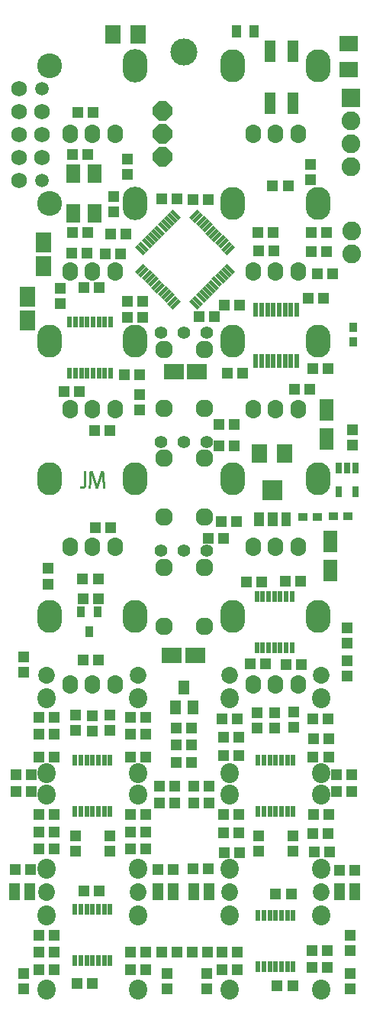
<source format=gts>
G04 DipTrace 3.3.0.0*
G04 uTidesII.GTS*
%MOIN*%
G04 #@! TF.FileFunction,Soldermask,Top*
G04 #@! TF.Part,Single*
%AMOUTLINE1*
4,1,4,
-0.023135,0.010385,
-0.010385,0.023135,
0.023135,-0.010385,
0.010385,-0.023134,
-0.023135,0.010385,
0*%
%AMOUTLINE4*
4,1,4,
-0.023135,-0.010385,
0.010385,0.023135,
0.023135,0.010385,
-0.010385,-0.023134,
-0.023135,-0.010385,
0*%
%AMOUTLINE7*
4,1,8,
0.042016,0.017404,
0.017404,0.042016,
-0.017404,0.042016,
-0.042016,0.017404,
-0.042016,-0.017404,
-0.017404,-0.042016,
0.017404,-0.042016,
0.042016,-0.017404,
0.042016,0.017404,
0*%
%ADD12C,0.001*%
%ADD49C,0.068367*%
%ADD50C,0.059055*%
%ADD69C,0.11811*%
%ADD78R,0.031654X0.051339*%
%ADD80C,0.077031*%
%ADD82O,0.108031X0.145827*%
%ADD84C,0.108031*%
%ADD86O,0.108031X0.143031*%
%ADD88O,0.068031X0.083031*%
%ADD90R,0.06315X0.082835*%
%ADD92R,0.048031X0.078031*%
%ADD94C,0.055591*%
%ADD96R,0.035591X0.041496*%
%ADD98R,0.041496X0.035591*%
%ADD100R,0.043465X0.057244*%
%ADD102C,0.082031*%
%ADD104R,0.082031X0.082031*%
%ADD110C,0.073031*%
%ADD112O,0.078898X0.086772*%
%ADD114R,0.035591X0.047402*%
%ADD116R,0.086772X0.086772*%
%ADD122R,0.022031X0.064031*%
%ADD124R,0.021811X0.047402*%
%ADD128R,0.047402X0.094646*%
%ADD130R,0.047402X0.06315*%
%ADD132R,0.086772X0.067087*%
%ADD134R,0.06315X0.094646*%
%ADD136R,0.078898X0.071024*%
%ADD138R,0.071024X0.078898*%
%ADD140R,0.067087X0.086772*%
%ADD142R,0.047402X0.051339*%
%ADD144R,0.051339X0.047402*%
%ADD150OUTLINE1*%
%ADD153OUTLINE4*%
%ADD156OUTLINE7*%
%FSLAX26Y26*%
G04*
G70*
G90*
G75*
G01*
G04 TopMask*
%LPD*%
D144*
X1150587Y3901576D3*
X1083658D3*
D142*
X1735018Y3987049D3*
Y4053979D3*
D144*
X999203Y3455543D3*
X932274D3*
X760833Y4096839D3*
X693904D3*
D142*
X640110Y3445608D3*
Y3512538D3*
D144*
X1724438Y3470274D3*
X1791367D3*
D142*
X934223Y4076745D3*
Y4009816D3*
D144*
X904603Y3663839D3*
X837674D3*
D140*
X565372Y3712582D3*
Y3610220D3*
X496169Y3372997D3*
Y3475359D3*
D144*
X694561Y3755276D3*
X761490D3*
X690059Y3665044D3*
X756988D3*
X1357467Y3439594D3*
X1424396D3*
X1245417Y3388355D3*
X1312346D3*
X1221087Y3900908D3*
X1288017D3*
X932580Y3386904D3*
X999509D3*
X1435853Y3142800D3*
X1368923D3*
X1744024Y3162775D3*
X1810954D3*
D138*
X981524Y4619024D3*
X871288D3*
D136*
X1900400Y4578038D3*
Y4467801D3*
D142*
X1894549Y1890979D3*
Y1824049D3*
D144*
X792254Y2468363D3*
X859183D3*
X742712Y3517640D3*
X809641D3*
D134*
X1821090Y2284173D3*
Y2410157D3*
D138*
X1619717Y2793736D3*
X1509481D3*
D134*
X1805211Y2981517D3*
Y2855532D3*
D144*
X1813257Y1549564D3*
X1746328D3*
X548060Y1144024D3*
X614989D3*
D132*
X1135868Y3150417D3*
X1238230D3*
D142*
X779447Y1583980D3*
Y1650909D3*
D144*
X1811633Y1136532D3*
X1744704D3*
X548060Y1569024D3*
X614989D3*
X712034Y483032D3*
X778963D3*
X1655580Y474528D3*
X1588650D3*
X789595Y2894024D3*
X856524D3*
X1353472Y1138842D3*
X1420401D3*
X1806665Y627349D3*
X1739736D3*
X1414989Y619024D3*
X1348060D3*
X948060D3*
X1014989D3*
X614989D3*
X548060D3*
X1014989Y1569024D3*
X948060D3*
X738507Y2246473D3*
X805437D3*
D142*
X1575484Y1595885D3*
Y1662814D3*
D144*
X806524Y1894024D3*
X739595D3*
X782354Y4279292D3*
X715425D3*
X1353116Y1557321D3*
X1420045D3*
X1014989Y1144024D3*
X948060D3*
X811045Y885774D3*
X744116D3*
X1581797Y873309D3*
X1648727D3*
D132*
X1128371Y1913723D3*
X1230733D3*
D142*
X478696Y1906303D3*
Y1839374D3*
X586719Y2291623D3*
Y2224694D3*
D144*
X921265Y3138001D3*
X988194D3*
X1831461Y3577850D3*
X1764532D3*
D142*
X986843Y3048459D3*
Y2981530D3*
D144*
X724572Y3064282D3*
X657643D3*
D130*
X1181524Y1772729D3*
X1218926Y1686115D3*
X1144123D3*
D144*
X448060Y1394024D3*
X514989D3*
X448060Y1319024D3*
X514989D3*
X1139989Y1344024D3*
X1073060D3*
X1139989Y1269024D3*
X1073060D3*
X1914989Y1394024D3*
X1848060D3*
X1223060Y1344024D3*
X1289989D3*
X1914989Y1319024D3*
X1848060D3*
X1223060Y1269024D3*
X1289989D3*
D128*
X1657845Y4545990D3*
X1557845D3*
Y4321187D3*
X1657845D3*
D150*
X1144337Y3833771D3*
X1130418Y3819853D3*
X1116498Y3805933D3*
X1102578Y3792014D3*
X1088660Y3778094D3*
X1074740Y3764174D3*
X1060821Y3750255D3*
X1046901Y3736335D3*
X1032981Y3722417D3*
X1019063Y3708497D3*
X1005143Y3694577D3*
X991224Y3680658D3*
D153*
Y3597141D3*
X1005143Y3583223D3*
X1019063Y3569303D3*
X1032981Y3555383D3*
X1046901Y3541464D3*
X1060821Y3527544D3*
X1074740Y3513626D3*
X1088660Y3499706D3*
X1102578Y3485786D3*
X1116498Y3471867D3*
X1130418Y3457947D3*
X1144337Y3444028D3*
D150*
X1227854D3*
X1241772Y3457947D3*
X1255692Y3471867D3*
X1269612Y3485786D3*
X1283531Y3499706D3*
X1297451Y3513626D3*
X1311370Y3527544D3*
X1325290Y3541464D3*
X1339209Y3555383D3*
X1353128Y3569303D3*
X1367048Y3583223D3*
X1380967Y3597141D3*
D153*
Y3680658D3*
X1367048Y3694577D3*
X1353128Y3708497D3*
X1339209Y3722417D3*
X1325290Y3736335D3*
X1311370Y3750255D3*
X1297451Y3764174D3*
X1283531Y3778094D3*
X1269612Y3792014D3*
X1255692Y3805933D3*
X1241772Y3819853D3*
X1227854Y3833771D3*
D124*
X681524Y3144024D3*
X707115D3*
X732706D3*
X758296D3*
X783887D3*
X809477D3*
X835068D3*
Y3366465D3*
X809477D3*
X783887D3*
X758296D3*
X732706D3*
X707115D3*
X681524D3*
X860658D3*
Y3144024D3*
D156*
X1085787Y4285077D3*
Y4185077D3*
Y4085077D3*
D122*
X1494334Y3195559D3*
X1520333D3*
X1546333D3*
X1571333D3*
X1597334D3*
X1622333D3*
X1648333D3*
X1674333D3*
Y3419559D3*
X1648333D3*
X1622333D3*
X1597334D3*
X1571333D3*
X1546333D3*
X1520333D3*
X1494334D3*
G36*
X1488445Y2475685D2*
X1529784D1*
Y2537696D1*
X1488445D1*
Y2475685D1*
G37*
G36*
X1606548D2*
X1647887D1*
Y2537696D1*
X1606548D1*
Y2475685D1*
G37*
G36*
X1547506D2*
X1588827D1*
Y2537696D1*
X1547506D1*
Y2475685D1*
G37*
D116*
X1568166Y2631944D3*
D124*
X858296Y1456024D3*
X832706D3*
X807115D3*
X781524D3*
X755934D3*
X730343D3*
X704753D3*
X858296Y1232824D3*
X832706Y1232024D3*
X807115D3*
X781524D3*
X755934D3*
X730343D3*
X704753D3*
X1658296Y1456024D3*
X1632706D3*
X1607115D3*
X1581524D3*
X1555934D3*
X1530343D3*
X1504753D3*
X1658296Y1232824D3*
X1632706Y1232024D3*
X1607115D3*
X1581524D3*
X1555934D3*
X1530343D3*
X1504753D3*
X858296Y806024D3*
X832706D3*
X807115D3*
X781524D3*
X755934D3*
X730343D3*
X704753D3*
X858296Y582824D3*
X832706Y582024D3*
X807115D3*
X781524D3*
X755934D3*
X730343D3*
X704753D3*
X1658296Y781024D3*
X1632706D3*
X1607115D3*
X1581524D3*
X1555934D3*
X1530343D3*
X1504753D3*
X1658296Y557824D3*
X1632706Y557024D3*
X1607115D3*
X1581524D3*
X1555934D3*
X1530343D3*
X1504753D3*
D114*
X767242Y2017024D3*
X729841Y2103639D3*
X804644D3*
D124*
X1653040Y2171200D3*
X1627450D3*
X1601859D3*
X1576269D3*
X1550678D3*
X1525087D3*
X1499497D3*
X1653040Y1948000D3*
X1627450Y1947200D3*
X1601859D3*
X1576269D3*
X1550678D3*
X1525087D3*
X1499497D3*
D112*
X1781524Y1725232D3*
Y1400224D3*
D110*
Y1825223D3*
D112*
X1381524Y1725232D3*
Y1400224D3*
D110*
Y1825223D3*
D112*
X981524Y982017D3*
Y1307024D3*
D110*
Y882026D3*
D112*
Y1725232D3*
Y1400224D3*
D110*
Y1825223D3*
D112*
X581524Y1725232D3*
Y1400224D3*
D110*
Y1825223D3*
D112*
Y982017D3*
Y1307024D3*
D110*
Y882026D3*
D112*
X1781524Y982017D3*
Y1307024D3*
D110*
Y882026D3*
D112*
X1381524Y982017D3*
Y1307024D3*
D110*
Y882026D3*
D112*
X1781524Y781032D3*
Y456024D3*
D110*
Y881023D3*
D112*
X1381524Y781032D3*
Y456024D3*
D110*
Y881023D3*
D112*
X981524Y781032D3*
Y456024D3*
D110*
Y881023D3*
D112*
X581524Y781032D3*
Y456024D3*
D110*
Y881023D3*
D49*
X461156Y4382946D3*
D50*
X561156D3*
D49*
X461156Y4282946D3*
X561156D3*
X461156Y4182946D3*
X561156D3*
X461156Y4082946D3*
X561156D3*
X461156Y3982946D3*
D50*
X561156D3*
D104*
X1910627Y4342557D3*
D102*
Y4242557D3*
Y4142557D3*
Y4042557D3*
X1914419Y3762874D3*
Y3662874D3*
D100*
X1486586Y4633830D3*
X1411783D3*
D98*
X1834517Y2520064D3*
X1897509D3*
X1700762Y2517898D3*
X1763754D3*
D96*
X1918679Y3280746D3*
Y3343738D3*
D94*
X1181524Y2369024D3*
X1081524D3*
X1281524D3*
X1181524Y3319024D3*
X1081524D3*
X1281524D3*
X1181524Y2844024D3*
X1081524D3*
X1281524D3*
D92*
X1927524Y881524D3*
X1860524D3*
X1223024D3*
X1290024D3*
X1133774D3*
X1066774D3*
X506524D3*
X439524D3*
D90*
X789877Y3839003D3*
Y4012232D3*
X695389D3*
Y3839003D3*
D144*
X1411519Y2497968D3*
X1344590D3*
X1569115Y3755215D3*
X1502186D3*
X1568593Y3959375D3*
X1635522D3*
X1804913Y3756405D3*
X1737984D3*
X1804918Y3674145D3*
X1737989D3*
X1287464Y2424532D3*
X1354393D3*
X1572783Y3675427D3*
X1505854D3*
D142*
X872477Y3845833D3*
Y3912762D3*
D144*
X928276Y3750498D3*
X861347D3*
X1401746Y2827434D3*
X1334817D3*
D88*
X879524Y2386524D3*
X781524Y2386249D3*
X683524Y2386524D3*
D86*
X594524Y2681524D3*
X968524D3*
D88*
X879524Y3586524D3*
X781524Y3586249D3*
X683524Y3586524D3*
D84*
X594524Y3881524D3*
D82*
X968524D3*
D144*
X1399944Y2918267D3*
X1333015D3*
X1663271Y3071549D3*
X1730200D3*
D142*
X1892116Y2032877D3*
Y1965948D3*
D144*
X1745220Y1469024D3*
X1812149D3*
X614989Y1219024D3*
X548060D3*
X1742521Y1635644D3*
X1809450D3*
X614989Y1069024D3*
X548060D3*
D142*
X1660956Y1599480D3*
Y1666409D3*
X706524Y1127489D3*
Y1060560D3*
D88*
X879524Y2986524D3*
X781524Y2986249D3*
X683524Y2986524D3*
D86*
X594524Y3281524D3*
X968524D3*
D88*
X879524Y1786524D3*
X781524Y1786249D3*
X683524Y1786524D3*
D86*
X594524Y2081524D3*
X968524D3*
D88*
X879524Y4186524D3*
X781524Y4186249D3*
X683524Y4186524D3*
D84*
X594524Y4481524D3*
D82*
X968524D3*
D142*
X706524Y1585560D3*
Y1652489D3*
X1656524Y1127489D3*
Y1060560D3*
D144*
X614989Y1644024D3*
X548060D3*
X1750557Y1056538D3*
X1817486D3*
X1748060Y1219024D3*
X1814989D3*
X614989Y1469024D3*
X548060D3*
D142*
X1906393Y626429D3*
Y693358D3*
D144*
X1284043Y618479D3*
X1217114D3*
X1082027D3*
X1148956D3*
X614989Y694024D3*
X548060D3*
X1421225Y1219024D3*
X1354296D3*
X948060Y1469024D3*
X1014989D3*
X1423241Y1054377D3*
X1356312D3*
X1348060Y544024D3*
X1414989D3*
X1014989D3*
X948060D3*
X548060D3*
X614989D3*
X948060Y1644024D3*
X1014989D3*
X1739736Y552349D3*
X1806665D3*
D142*
X856524Y1585560D3*
Y1652489D3*
X1506524Y1127489D3*
Y1060560D3*
D144*
X1281524Y460560D3*
Y527489D3*
X806577Y2158081D3*
X739648D3*
X1906524Y460560D3*
Y527489D3*
X1106524D3*
Y460560D3*
X481524D3*
Y527489D3*
D142*
X856524Y1127489D3*
Y1060560D3*
X1498769Y1596156D3*
Y1663085D3*
D144*
X1412772Y1636753D3*
X1345843D3*
X948060Y1069024D3*
X1014989D3*
X948060Y1219024D3*
X1014989D3*
X1421153Y1477888D3*
X1354224D3*
D88*
X1679524Y1786524D3*
X1581524Y1786249D3*
X1483524Y1786524D3*
D86*
X1394524Y2081524D3*
X1768524D3*
D88*
X1679524Y2386524D3*
X1581524Y2386249D3*
X1483524Y2386524D3*
D86*
X1394524Y2681524D3*
X1768524D3*
D88*
X1679524Y2986524D3*
X1581524Y2986249D3*
X1483524Y2986524D3*
D86*
X1394524Y3281524D3*
X1768524D3*
D88*
X1679524Y3586524D3*
X1581524Y3586249D3*
X1483524Y3586524D3*
D86*
X1394524Y3881524D3*
X1768524D3*
D88*
X1679524Y4186524D3*
X1581524Y4186249D3*
X1483524Y4186524D3*
D86*
X1394524Y4481524D3*
X1768524D3*
D144*
X1148060Y1597729D3*
X1214989D3*
X1148060Y1447729D3*
X1214989D3*
X1148060Y1522729D3*
X1214989D3*
X1858776Y977479D3*
X1925706D3*
X1288464Y982141D3*
X1221535D3*
X1068056Y981182D3*
X1134985D3*
X442448Y981165D3*
X509377D3*
X1622501Y2235061D3*
X1689430D3*
X1520755Y2233421D3*
X1453826D3*
X1535912Y1876649D3*
X1468982D3*
X1625574Y1871713D3*
X1692503D3*
D142*
X1915612Y2829471D3*
Y2896400D3*
D80*
X1270318Y2991217D3*
X1093152Y2990925D3*
X1092730Y3246830D3*
X1270313Y3247171D3*
X1270318Y2041217D3*
X1093152Y2040925D3*
X1092730Y2296830D3*
X1270313Y2297171D3*
X1270318Y2516217D3*
X1093152Y2515925D3*
X1092730Y2771830D3*
X1270313Y2772171D3*
D78*
X1930745Y2731190D3*
X1893343D3*
X1855942D3*
Y2624891D3*
X1930745D3*
D69*
X1181524Y4544024D3*
X744391Y2717074D2*
D12*
X751391D1*
X769391D2*
X778391D1*
X818391D2*
X828391D1*
X744391Y2716074D2*
X751391D1*
X769353D2*
X778890D1*
X818236D2*
X828391D1*
X744391Y2715074D2*
X751391D1*
X769224D2*
X779306D1*
X817984D2*
X828391D1*
X744391Y2714074D2*
X751391D1*
X768985D2*
X779695D1*
X817690D2*
X828391D1*
X744391Y2713074D2*
X751391D1*
X768728D2*
X780051D1*
X817388D2*
X828391D1*
X744391Y2712074D2*
X751391D1*
X768554D2*
X780379D1*
X817051D2*
X828391D1*
X744391Y2711074D2*
X751391D1*
X768461D2*
X780725D1*
X816717D2*
X828395D1*
X744391Y2710074D2*
X751391D1*
X768419D2*
X781062D1*
X816398D2*
X828430D1*
X744391Y2709074D2*
X751391D1*
X768401D2*
X781383D1*
X816059D2*
X828557D1*
X744391Y2708074D2*
X751391D1*
X768394D2*
X781726D1*
X815754D2*
X828797D1*
X744391Y2707074D2*
X751391D1*
X768392D2*
X782063D1*
X815526D2*
X829053D1*
X744391Y2706074D2*
X751391D1*
X768391D2*
X782383D1*
X815298D2*
X829227D1*
X744391Y2705074D2*
X751391D1*
X768391D2*
X782722D1*
X815010D2*
X829320D1*
X744391Y2704074D2*
X751391D1*
X768391D2*
X783028D1*
X814700D2*
X829363D1*
X744391Y2703074D2*
X751391D1*
X768391D2*
X783256D1*
X814391D2*
X829380D1*
X744391Y2702074D2*
X751391D1*
X768387D2*
X783483D1*
X814052D2*
X829387D1*
X744391Y2701074D2*
X751391D1*
X768352D2*
X774391D1*
X776198D2*
X783771D1*
X813718D2*
X829389D1*
X744391Y2700074D2*
X751391D1*
X768224D2*
X774391D1*
X776818D2*
X784081D1*
X813398D2*
X820353D1*
X822194D2*
X829390D1*
X744391Y2699074D2*
X751391D1*
X767985D2*
X774391D1*
X777280D2*
X784390D1*
X813055D2*
X820224D1*
X822779D2*
X829390D1*
X744391Y2698074D2*
X751391D1*
X767728D2*
X774391D1*
X777686D2*
X784729D1*
X812718D2*
X819981D1*
X823114D2*
X829394D1*
X744391Y2697074D2*
X751391D1*
X767554D2*
X774391D1*
X778048D2*
X785064D1*
X812398D2*
X819689D1*
X823276D2*
X829430D1*
X744391Y2696074D2*
X751391D1*
X767461D2*
X774391D1*
X778378D2*
X785383D1*
X812059D2*
X819387D1*
X823346D2*
X829557D1*
X744391Y2695074D2*
X751391D1*
X767419D2*
X774391D1*
X778724D2*
X785726D1*
X811754D2*
X819051D1*
X823374D2*
X829797D1*
X744391Y2694074D2*
X751391D1*
X767401D2*
X774391D1*
X779062D2*
X786063D1*
X811526D2*
X818717D1*
X823385D2*
X830053D1*
X744391Y2693074D2*
X751391D1*
X767394D2*
X774391D1*
X779383D2*
X786383D1*
X811298D2*
X818398D1*
X823389D2*
X830227D1*
X744391Y2692074D2*
X751391D1*
X767392D2*
X774391D1*
X779726D2*
X786726D1*
X811010D2*
X818055D1*
X823390D2*
X830320D1*
X744391Y2691074D2*
X751391D1*
X767391D2*
X774391D1*
X780063D2*
X787063D1*
X810700D2*
X817718D1*
X823390D2*
X830363D1*
X744391Y2690074D2*
X751391D1*
X767391D2*
X774387D1*
X780383D2*
X787383D1*
X810391D2*
X817398D1*
X823394D2*
X830380D1*
X744391Y2689074D2*
X751391D1*
X767391D2*
X774352D1*
X780722D2*
X787726D1*
X810052D2*
X817059D1*
X823430D2*
X830387D1*
X744391Y2688074D2*
X751391D1*
X767391D2*
X774224D1*
X781028D2*
X788063D1*
X809718D2*
X816754D1*
X823557D2*
X830389D1*
X744391Y2687074D2*
X751391D1*
X767391D2*
X773985D1*
X781256D2*
X788383D1*
X809398D2*
X816526D1*
X823797D2*
X830390D1*
X744391Y2686074D2*
X751391D1*
X767387D2*
X773728D1*
X781483D2*
X788726D1*
X809055D2*
X816298D1*
X824053D2*
X830390D1*
X744391Y2685074D2*
X751391D1*
X767352D2*
X773554D1*
X781771D2*
X789063D1*
X808718D2*
X816010D1*
X824227D2*
X830394D1*
X744391Y2684074D2*
X751391D1*
X767224D2*
X773461D1*
X782081D2*
X789383D1*
X808398D2*
X815700D1*
X824320D2*
X830430D1*
X744391Y2683074D2*
X751391D1*
X766985D2*
X773419D1*
X782390D2*
X789726D1*
X808055D2*
X815391D1*
X824363D2*
X830557D1*
X744391Y2682074D2*
X751391D1*
X766728D2*
X773401D1*
X782729D2*
X790063D1*
X807719D2*
X815052D1*
X824380D2*
X830797D1*
X744391Y2681074D2*
X751391D1*
X766554D2*
X773394D1*
X783064D2*
X790383D1*
X807398D2*
X814718D1*
X824387D2*
X831053D1*
X744391Y2680074D2*
X751391D1*
X766461D2*
X773392D1*
X783383D2*
X790726D1*
X807059D2*
X814398D1*
X824389D2*
X831227D1*
X744391Y2679074D2*
X751391D1*
X766419D2*
X773391D1*
X783726D2*
X791063D1*
X806754D2*
X814055D1*
X824390D2*
X831320D1*
X744391Y2678074D2*
X751391D1*
X766401D2*
X773391D1*
X784063D2*
X791383D1*
X806526D2*
X813718D1*
X824390D2*
X831363D1*
X744391Y2677074D2*
X751391D1*
X766394D2*
X773391D1*
X784383D2*
X791722D1*
X806298D2*
X813398D1*
X824391D2*
X831380D1*
X744391Y2676074D2*
X751391D1*
X766392D2*
X773391D1*
X784726D2*
X792028D1*
X806010D2*
X813055D1*
X824394D2*
X831387D1*
X744391Y2675074D2*
X751391D1*
X766391D2*
X773387D1*
X785063D2*
X792256D1*
X805700D2*
X812719D1*
X824430D2*
X831389D1*
X744391Y2674074D2*
X751391D1*
X766391D2*
X773352D1*
X785383D2*
X792483D1*
X805391D2*
X812398D1*
X824557D2*
X831390D1*
X744391Y2673074D2*
X751391D1*
X766391D2*
X773224D1*
X785726D2*
X792771D1*
X805052D2*
X812059D1*
X824797D2*
X831390D1*
X744391Y2672074D2*
X751391D1*
X766391D2*
X772985D1*
X786063D2*
X793081D1*
X804718D2*
X811754D1*
X825053D2*
X831394D1*
X744391Y2671074D2*
X751391D1*
X766387D2*
X772728D1*
X786383D2*
X793390D1*
X804398D2*
X811526D1*
X825227D2*
X831430D1*
X744391Y2670074D2*
X751391D1*
X766352D2*
X772554D1*
X786726D2*
X793729D1*
X804055D2*
X811298D1*
X825320D2*
X831557D1*
X744391Y2669074D2*
X751391D1*
X766224D2*
X772461D1*
X787063D2*
X794064D1*
X803718D2*
X811010D1*
X825363D2*
X831797D1*
X744391Y2668074D2*
X751391D1*
X765985D2*
X772419D1*
X787383D2*
X794383D1*
X803398D2*
X810700D1*
X825380D2*
X832053D1*
X744391Y2667074D2*
X751391D1*
X765728D2*
X772401D1*
X787726D2*
X794726D1*
X803059D2*
X810391D1*
X825387D2*
X832227D1*
X744391Y2666074D2*
X751391D1*
X765554D2*
X772394D1*
X788063D2*
X795063D1*
X802754D2*
X810052D1*
X825389D2*
X832320D1*
X744391Y2665074D2*
X751391D1*
X765461D2*
X772392D1*
X788383D2*
X795383D1*
X802526D2*
X809718D1*
X825390D2*
X832363D1*
X744391Y2664074D2*
X751391D1*
X765419D2*
X772391D1*
X788726D2*
X795726D1*
X802298D2*
X809398D1*
X825390D2*
X832380D1*
X744391Y2663074D2*
X751391D1*
X765401D2*
X772391D1*
X789063D2*
X796063D1*
X802010D2*
X809055D1*
X825394D2*
X832387D1*
X744391Y2662074D2*
X751391D1*
X765394D2*
X772391D1*
X789383D2*
X796383D1*
X801700D2*
X808718D1*
X825430D2*
X832389D1*
X744391Y2661074D2*
X751391D1*
X765392D2*
X772391D1*
X789726D2*
X796726D1*
X801391D2*
X808398D1*
X825557D2*
X832390D1*
X744391Y2660074D2*
X751391D1*
X765391D2*
X772387D1*
X790063D2*
X797070D1*
X801052D2*
X808055D1*
X825797D2*
X832390D1*
X744391Y2659074D2*
X751391D1*
X765391D2*
X772352D1*
X790383D2*
X797468D1*
X800715D2*
X807719D1*
X826053D2*
X832394D1*
X744387Y2658074D2*
X751391D1*
X765391D2*
X772224D1*
X790726D2*
X797992D1*
X800367D2*
X807398D1*
X826227D2*
X832430D1*
X744352Y2657074D2*
X751387D1*
X765391D2*
X771985D1*
X791063D2*
X799120D1*
X799920D2*
X807055D1*
X826320D2*
X832557D1*
X744220Y2656074D2*
X751352D1*
X765387D2*
X771728D1*
X791383D2*
X806719D1*
X826363D2*
X832797D1*
X743946Y2655074D2*
X751224D1*
X765352D2*
X771554D1*
X791726D2*
X806398D1*
X826380D2*
X833053D1*
X743558Y2654074D2*
X750985D1*
X765224D2*
X771461D1*
X792063D2*
X806059D1*
X826387D2*
X833227D1*
X743097Y2653074D2*
X750724D1*
X764985D2*
X771419D1*
X792383D2*
X805754D1*
X826389D2*
X833320D1*
X742476Y2652074D2*
X750515D1*
X764728D2*
X771401D1*
X792722D2*
X805526D1*
X826390D2*
X833363D1*
X741637Y2651074D2*
X750291D1*
X764554D2*
X771394D1*
X793028D2*
X805298D1*
X826390D2*
X833380D1*
X738691Y2650074D2*
X749974D1*
X764461D2*
X771392D1*
X793256D2*
X805010D1*
X826394D2*
X833387D1*
X725391Y2649074D2*
X730391D1*
X734067D2*
X749568D1*
X764419D2*
X771391D1*
X793483D2*
X804700D1*
X826430D2*
X833389D1*
X725395Y2648074D2*
X749105D1*
X764401D2*
X771391D1*
X793771D2*
X804391D1*
X826557D2*
X833390D1*
X725437Y2647074D2*
X748548D1*
X764394D2*
X771391D1*
X794081D2*
X804052D1*
X826797D2*
X833390D1*
X725543Y2646074D2*
X747746D1*
X764392D2*
X771391D1*
X794391D2*
X803715D1*
X827053D2*
X833391D1*
X726096Y2645074D2*
X746452D1*
X764391D2*
X771391D1*
X794734D2*
X803367D1*
X827228D2*
X833391D1*
X727807Y2644074D2*
X744442D1*
X764391D2*
X771391D1*
X795077D2*
X802920D1*
X827326D2*
X833391D1*
X730347Y2643074D2*
X741639D1*
X764391D2*
X771391D1*
X795391D2*
X802391D1*
X827391D2*
X833391D1*
X733391Y2642074D2*
X738391D1*
X744391Y2717074D2*
Y2716074D1*
Y2715074D1*
Y2714074D1*
Y2713074D1*
Y2712074D1*
Y2711074D1*
Y2710074D1*
Y2709074D1*
Y2708074D1*
Y2707074D1*
Y2706074D1*
Y2705074D1*
Y2704074D1*
Y2703074D1*
Y2702074D1*
Y2701074D1*
Y2700074D1*
Y2699074D1*
Y2698074D1*
Y2697074D1*
Y2696074D1*
Y2695074D1*
Y2694074D1*
Y2693074D1*
Y2692074D1*
Y2691074D1*
Y2690074D1*
Y2689074D1*
Y2688074D1*
Y2687074D1*
Y2686074D1*
Y2685074D1*
Y2684074D1*
Y2683074D1*
Y2682074D1*
Y2681074D1*
Y2680074D1*
Y2679074D1*
Y2678074D1*
Y2677074D1*
Y2676074D1*
Y2675074D1*
Y2674074D1*
Y2673074D1*
Y2672074D1*
Y2671074D1*
Y2670074D1*
Y2669074D1*
Y2668074D1*
Y2667074D1*
Y2666074D1*
Y2665074D1*
Y2664074D1*
Y2663074D1*
Y2662074D1*
Y2661074D1*
Y2660074D1*
Y2659074D1*
X744387Y2658074D1*
X744352Y2657074D1*
X744220Y2656074D1*
X743946Y2655074D1*
X743558Y2654074D1*
X743097Y2653074D1*
X742476Y2652074D1*
X741637Y2651074D1*
X738691Y2650074D1*
X734067Y2649074D1*
X728391Y2648074D1*
X751391Y2717074D2*
Y2716074D1*
Y2715074D1*
Y2714074D1*
Y2713074D1*
Y2712074D1*
Y2711074D1*
Y2710074D1*
Y2709074D1*
Y2708074D1*
Y2707074D1*
Y2706074D1*
Y2705074D1*
Y2704074D1*
Y2703074D1*
Y2702074D1*
Y2701074D1*
Y2700074D1*
Y2699074D1*
Y2698074D1*
Y2697074D1*
Y2696074D1*
Y2695074D1*
Y2694074D1*
Y2693074D1*
Y2692074D1*
Y2691074D1*
Y2690074D1*
Y2689074D1*
Y2688074D1*
Y2687074D1*
Y2686074D1*
Y2685074D1*
Y2684074D1*
Y2683074D1*
Y2682074D1*
Y2681074D1*
Y2680074D1*
Y2679074D1*
Y2678074D1*
Y2677074D1*
Y2676074D1*
Y2675074D1*
Y2674074D1*
Y2673074D1*
Y2672074D1*
Y2671074D1*
Y2670074D1*
Y2669074D1*
Y2668074D1*
Y2667074D1*
Y2666074D1*
Y2665074D1*
Y2664074D1*
Y2663074D1*
Y2662074D1*
Y2661074D1*
Y2660074D1*
Y2659074D1*
Y2658074D1*
X751387Y2657074D1*
X751352Y2656074D1*
X751224Y2655074D1*
X750985Y2654074D1*
X750724Y2653074D1*
X750515Y2652074D1*
X750291Y2651074D1*
X749974Y2650074D1*
X749568Y2649074D1*
X749105Y2648074D1*
X748548Y2647074D1*
X747746Y2646074D1*
X746452Y2645074D1*
X744442Y2644074D1*
X741639Y2643074D1*
X738391Y2642074D1*
X769391Y2717074D2*
X769353Y2716074D1*
X769224Y2715074D1*
X768985Y2714074D1*
X768728Y2713074D1*
X768554Y2712074D1*
X768461Y2711074D1*
X768419Y2710074D1*
X768401Y2709074D1*
X768394Y2708074D1*
X768392Y2707074D1*
X768391Y2706074D1*
Y2705074D1*
Y2704074D1*
Y2703074D1*
X768387Y2702074D1*
X768352Y2701074D1*
X768224Y2700074D1*
X767985Y2699074D1*
X767728Y2698074D1*
X767554Y2697074D1*
X767461Y2696074D1*
X767419Y2695074D1*
X767401Y2694074D1*
X767394Y2693074D1*
X767392Y2692074D1*
X767391Y2691074D1*
Y2690074D1*
Y2689074D1*
Y2688074D1*
Y2687074D1*
X767387Y2686074D1*
X767352Y2685074D1*
X767224Y2684074D1*
X766985Y2683074D1*
X766728Y2682074D1*
X766554Y2681074D1*
X766461Y2680074D1*
X766419Y2679074D1*
X766401Y2678074D1*
X766394Y2677074D1*
X766392Y2676074D1*
X766391Y2675074D1*
Y2674074D1*
Y2673074D1*
Y2672074D1*
X766387Y2671074D1*
X766352Y2670074D1*
X766224Y2669074D1*
X765985Y2668074D1*
X765728Y2667074D1*
X765554Y2666074D1*
X765461Y2665074D1*
X765419Y2664074D1*
X765401Y2663074D1*
X765394Y2662074D1*
X765392Y2661074D1*
X765391Y2660074D1*
Y2659074D1*
Y2658074D1*
Y2657074D1*
X765387Y2656074D1*
X765352Y2655074D1*
X765224Y2654074D1*
X764985Y2653074D1*
X764728Y2652074D1*
X764554Y2651074D1*
X764461Y2650074D1*
X764419Y2649074D1*
X764401Y2648074D1*
X764394Y2647074D1*
X764392Y2646074D1*
X764391Y2645074D1*
Y2644074D1*
Y2643074D1*
X778391Y2717074D2*
X778890Y2716074D1*
X779306Y2715074D1*
X779695Y2714074D1*
X780051Y2713074D1*
X780379Y2712074D1*
X780725Y2711074D1*
X781062Y2710074D1*
X781383Y2709074D1*
X781726Y2708074D1*
X782063Y2707074D1*
X782383Y2706074D1*
X782722Y2705074D1*
X783028Y2704074D1*
X783256Y2703074D1*
X783483Y2702074D1*
X783771Y2701074D1*
X784081Y2700074D1*
X784390Y2699074D1*
X784729Y2698074D1*
X785064Y2697074D1*
X785383Y2696074D1*
X785726Y2695074D1*
X786063Y2694074D1*
X786383Y2693074D1*
X786726Y2692074D1*
X787063Y2691074D1*
X787383Y2690074D1*
X787726Y2689074D1*
X788063Y2688074D1*
X788383Y2687074D1*
X788726Y2686074D1*
X789063Y2685074D1*
X789383Y2684074D1*
X789726Y2683074D1*
X790063Y2682074D1*
X790383Y2681074D1*
X790726Y2680074D1*
X791063Y2679074D1*
X791383Y2678074D1*
X791722Y2677074D1*
X792028Y2676074D1*
X792256Y2675074D1*
X792483Y2674074D1*
X792771Y2673074D1*
X793081Y2672074D1*
X793390Y2671074D1*
X793729Y2670074D1*
X794064Y2669074D1*
X794383Y2668074D1*
X794726Y2667074D1*
X795063Y2666074D1*
X795383Y2665074D1*
X795726Y2664074D1*
X796063Y2663074D1*
X796383Y2662074D1*
X796726Y2661074D1*
X797070Y2660074D1*
X797468Y2659074D1*
X797992Y2658074D1*
X799120Y2657074D1*
X800391Y2656074D1*
X818391Y2717074D2*
X818236Y2716074D1*
X817984Y2715074D1*
X817690Y2714074D1*
X817388Y2713074D1*
X817051Y2712074D1*
X816717Y2711074D1*
X816398Y2710074D1*
X816059Y2709074D1*
X815754Y2708074D1*
X815526Y2707074D1*
X815298Y2706074D1*
X815010Y2705074D1*
X814700Y2704074D1*
X814391Y2703074D1*
X814052Y2702074D1*
X813718Y2701074D1*
X813398Y2700074D1*
X813055Y2699074D1*
X812718Y2698074D1*
X812398Y2697074D1*
X812059Y2696074D1*
X811754Y2695074D1*
X811526Y2694074D1*
X811298Y2693074D1*
X811010Y2692074D1*
X810700Y2691074D1*
X810391Y2690074D1*
X810052Y2689074D1*
X809718Y2688074D1*
X809398Y2687074D1*
X809055Y2686074D1*
X808718Y2685074D1*
X808398Y2684074D1*
X808055Y2683074D1*
X807719Y2682074D1*
X807398Y2681074D1*
X807059Y2680074D1*
X806754Y2679074D1*
X806526Y2678074D1*
X806298Y2677074D1*
X806010Y2676074D1*
X805700Y2675074D1*
X805391Y2674074D1*
X805052Y2673074D1*
X804718Y2672074D1*
X804398Y2671074D1*
X804055Y2670074D1*
X803718Y2669074D1*
X803398Y2668074D1*
X803059Y2667074D1*
X802754Y2666074D1*
X802526Y2665074D1*
X802298Y2664074D1*
X802010Y2663074D1*
X801700Y2662074D1*
X801391Y2661074D1*
X801052Y2660074D1*
X800715Y2659074D1*
X800367Y2658074D1*
X799920Y2657074D1*
X799391Y2656074D1*
X828391Y2717074D2*
Y2716074D1*
Y2715074D1*
Y2714074D1*
Y2713074D1*
Y2712074D1*
X828395Y2711074D1*
X828430Y2710074D1*
X828557Y2709074D1*
X828797Y2708074D1*
X829053Y2707074D1*
X829227Y2706074D1*
X829320Y2705074D1*
X829363Y2704074D1*
X829380Y2703074D1*
X829387Y2702074D1*
X829389Y2701074D1*
X829390Y2700074D1*
Y2699074D1*
X829394Y2698074D1*
X829430Y2697074D1*
X829557Y2696074D1*
X829797Y2695074D1*
X830053Y2694074D1*
X830227Y2693074D1*
X830320Y2692074D1*
X830363Y2691074D1*
X830380Y2690074D1*
X830387Y2689074D1*
X830389Y2688074D1*
X830390Y2687074D1*
Y2686074D1*
X830394Y2685074D1*
X830430Y2684074D1*
X830557Y2683074D1*
X830797Y2682074D1*
X831053Y2681074D1*
X831227Y2680074D1*
X831320Y2679074D1*
X831363Y2678074D1*
X831380Y2677074D1*
X831387Y2676074D1*
X831389Y2675074D1*
X831390Y2674074D1*
Y2673074D1*
X831394Y2672074D1*
X831430Y2671074D1*
X831557Y2670074D1*
X831797Y2669074D1*
X832053Y2668074D1*
X832227Y2667074D1*
X832320Y2666074D1*
X832363Y2665074D1*
X832380Y2664074D1*
X832387Y2663074D1*
X832389Y2662074D1*
X832390Y2661074D1*
Y2660074D1*
X832394Y2659074D1*
X832430Y2658074D1*
X832557Y2657074D1*
X832797Y2656074D1*
X833053Y2655074D1*
X833227Y2654074D1*
X833320Y2653074D1*
X833363Y2652074D1*
X833380Y2651074D1*
X833387Y2650074D1*
X833389Y2649074D1*
X833390Y2648074D1*
Y2647074D1*
X833391Y2646074D1*
Y2645074D1*
Y2644074D1*
Y2643074D1*
X774391Y2702074D2*
Y2701074D1*
Y2700074D1*
Y2699074D1*
Y2698074D1*
Y2697074D1*
Y2696074D1*
Y2695074D1*
Y2694074D1*
Y2693074D1*
Y2692074D1*
Y2691074D1*
X774387Y2690074D1*
X774352Y2689074D1*
X774224Y2688074D1*
X773985Y2687074D1*
X773728Y2686074D1*
X773554Y2685074D1*
X773461Y2684074D1*
X773419Y2683074D1*
X773401Y2682074D1*
X773394Y2681074D1*
X773392Y2680074D1*
X773391Y2679074D1*
Y2678074D1*
Y2677074D1*
Y2676074D1*
X773387Y2675074D1*
X773352Y2674074D1*
X773224Y2673074D1*
X772985Y2672074D1*
X772728Y2671074D1*
X772554Y2670074D1*
X772461Y2669074D1*
X772419Y2668074D1*
X772401Y2667074D1*
X772394Y2666074D1*
X772392Y2665074D1*
X772391Y2664074D1*
Y2663074D1*
Y2662074D1*
Y2661074D1*
X772387Y2660074D1*
X772352Y2659074D1*
X772224Y2658074D1*
X771985Y2657074D1*
X771728Y2656074D1*
X771554Y2655074D1*
X771461Y2654074D1*
X771419Y2653074D1*
X771401Y2652074D1*
X771394Y2651074D1*
X771392Y2650074D1*
X771391Y2649074D1*
Y2648074D1*
Y2647074D1*
Y2646074D1*
Y2645074D1*
Y2644074D1*
Y2643074D1*
X775391Y2702074D2*
X776198Y2701074D1*
X776818Y2700074D1*
X777280Y2699074D1*
X777686Y2698074D1*
X778048Y2697074D1*
X778378Y2696074D1*
X778724Y2695074D1*
X779062Y2694074D1*
X779383Y2693074D1*
X779726Y2692074D1*
X780063Y2691074D1*
X780383Y2690074D1*
X780722Y2689074D1*
X781028Y2688074D1*
X781256Y2687074D1*
X781483Y2686074D1*
X781771Y2685074D1*
X782081Y2684074D1*
X782390Y2683074D1*
X782729Y2682074D1*
X783064Y2681074D1*
X783383Y2680074D1*
X783726Y2679074D1*
X784063Y2678074D1*
X784383Y2677074D1*
X784726Y2676074D1*
X785063Y2675074D1*
X785383Y2674074D1*
X785726Y2673074D1*
X786063Y2672074D1*
X786383Y2671074D1*
X786726Y2670074D1*
X787063Y2669074D1*
X787383Y2668074D1*
X787726Y2667074D1*
X788063Y2666074D1*
X788383Y2665074D1*
X788726Y2664074D1*
X789063Y2663074D1*
X789383Y2662074D1*
X789726Y2661074D1*
X790063Y2660074D1*
X790383Y2659074D1*
X790726Y2658074D1*
X791063Y2657074D1*
X791383Y2656074D1*
X791726Y2655074D1*
X792063Y2654074D1*
X792383Y2653074D1*
X792722Y2652074D1*
X793028Y2651074D1*
X793256Y2650074D1*
X793483Y2649074D1*
X793771Y2648074D1*
X794081Y2647074D1*
X794391Y2646074D1*
X794734Y2645074D1*
X795077Y2644074D1*
X795391Y2643074D1*
X820391Y2701074D2*
X820353Y2700074D1*
X820224Y2699074D1*
X819981Y2698074D1*
X819689Y2697074D1*
X819387Y2696074D1*
X819051Y2695074D1*
X818717Y2694074D1*
X818398Y2693074D1*
X818055Y2692074D1*
X817718Y2691074D1*
X817398Y2690074D1*
X817059Y2689074D1*
X816754Y2688074D1*
X816526Y2687074D1*
X816298Y2686074D1*
X816010Y2685074D1*
X815700Y2684074D1*
X815391Y2683074D1*
X815052Y2682074D1*
X814718Y2681074D1*
X814398Y2680074D1*
X814055Y2679074D1*
X813718Y2678074D1*
X813398Y2677074D1*
X813055Y2676074D1*
X812719Y2675074D1*
X812398Y2674074D1*
X812059Y2673074D1*
X811754Y2672074D1*
X811526Y2671074D1*
X811298Y2670074D1*
X811010Y2669074D1*
X810700Y2668074D1*
X810391Y2667074D1*
X810052Y2666074D1*
X809718Y2665074D1*
X809398Y2664074D1*
X809055Y2663074D1*
X808718Y2662074D1*
X808398Y2661074D1*
X808055Y2660074D1*
X807719Y2659074D1*
X807398Y2658074D1*
X807055Y2657074D1*
X806719Y2656074D1*
X806398Y2655074D1*
X806059Y2654074D1*
X805754Y2653074D1*
X805526Y2652074D1*
X805298Y2651074D1*
X805010Y2650074D1*
X804700Y2649074D1*
X804391Y2648074D1*
X804052Y2647074D1*
X803715Y2646074D1*
X803367Y2645074D1*
X802920Y2644074D1*
X802391Y2643074D1*
X821391Y2701074D2*
X822194Y2700074D1*
X822779Y2699074D1*
X823114Y2698074D1*
X823276Y2697074D1*
X823346Y2696074D1*
X823374Y2695074D1*
X823385Y2694074D1*
X823389Y2693074D1*
X823390Y2692074D1*
Y2691074D1*
X823394Y2690074D1*
X823430Y2689074D1*
X823557Y2688074D1*
X823797Y2687074D1*
X824053Y2686074D1*
X824227Y2685074D1*
X824320Y2684074D1*
X824363Y2683074D1*
X824380Y2682074D1*
X824387Y2681074D1*
X824389Y2680074D1*
X824390Y2679074D1*
Y2678074D1*
X824391Y2677074D1*
X824394Y2676074D1*
X824430Y2675074D1*
X824557Y2674074D1*
X824797Y2673074D1*
X825053Y2672074D1*
X825227Y2671074D1*
X825320Y2670074D1*
X825363Y2669074D1*
X825380Y2668074D1*
X825387Y2667074D1*
X825389Y2666074D1*
X825390Y2665074D1*
Y2664074D1*
X825394Y2663074D1*
X825430Y2662074D1*
X825557Y2661074D1*
X825797Y2660074D1*
X826053Y2659074D1*
X826227Y2658074D1*
X826320Y2657074D1*
X826363Y2656074D1*
X826380Y2655074D1*
X826387Y2654074D1*
X826389Y2653074D1*
X826390Y2652074D1*
Y2651074D1*
X826394Y2650074D1*
X826430Y2649074D1*
X826557Y2648074D1*
X826797Y2647074D1*
X827053Y2646074D1*
X827228Y2645074D1*
X827326Y2644074D1*
X827391Y2643074D1*
X725391Y2649074D2*
X725395Y2648074D1*
X725437Y2647074D1*
X725543Y2646074D1*
X726096Y2645074D1*
X727807Y2644074D1*
X730347Y2643074D1*
X733391Y2642074D1*
X730391Y2649074D2*
X731391Y2648074D1*
M02*

</source>
